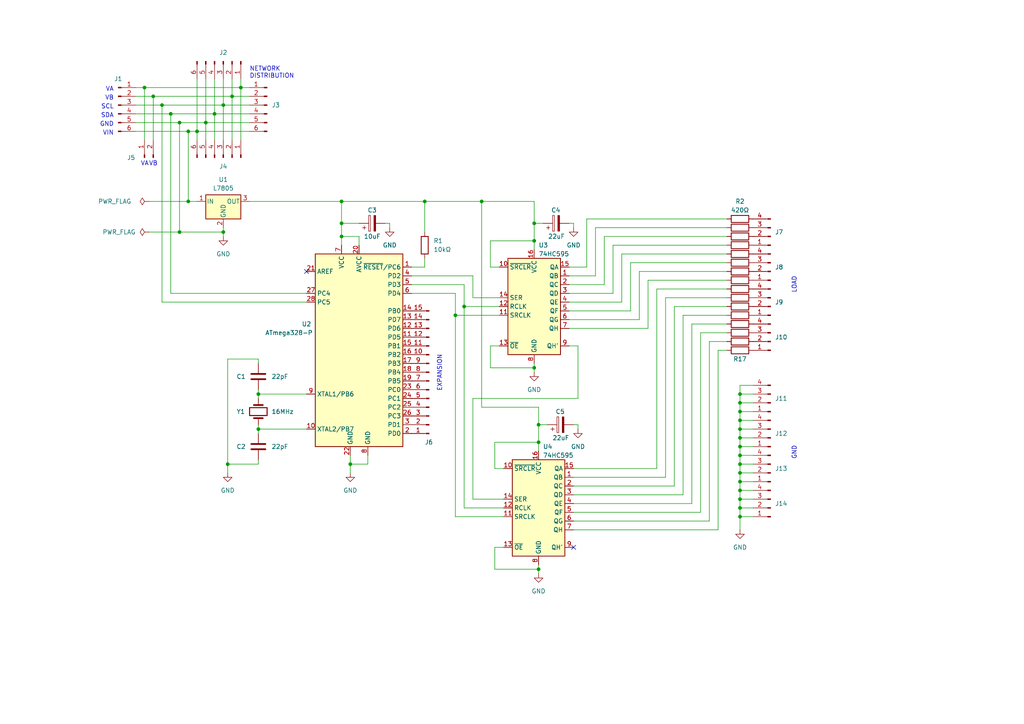
<source format=kicad_sch>
(kicad_sch (version 20230121) (generator eeschema)
  (paper "A4")
  (title_block (title "HTP!m MODCORE") (date "2023-09-22") (rev "01") (company "shawnd.xyz") (comment 1 "voltage lines of the model railroad.") (comment 2 "I2C to control an array of outputs and provides a power source with a bus for the") (comment 3 "The core of each module provides the module with the ability to receive commands via"))
  (lib_symbols
    (symbol "74HC595_1"
      (property "Reference" "U3" (at 1.27 16.51 0))
      (property "Value" "74HC595" (at 1.27 13.97 0))
      (symbol "74HC595_1_1_0"
        (pin tri_state line (at 10.16 7.62 180) (length 2.54) (name "QB") (number "1"))
        (pin input line (at -10.16 10.16 0) (length 2.54) (name "~{SRCLR}") (number "10"))
        (pin input line (at -10.16 -3.81 0) (length 2.54) (name "SRCLK") (number "11"))
        (pin input line (at -10.16 -1.27 0) (length 2.54) (name "RCLK") (number "12"))
        (pin input line (at -10.16 -12.7 0) (length 2.54) (name "~{OE}") (number "13"))
        (pin input line (at -10.16 1.27 0) (length 2.54) (name "SER") (number "14"))
        (pin tri_state line (at 10.16 10.16 180) (length 2.54) (name "QA") (number "15"))
        (pin power_in line (at 0 15.24 270) (length 2.54) (name "VCC") (number "16"))
        (pin tri_state line (at 10.16 5.08 180) (length 2.54) (name "QC") (number "2"))
        (pin tri_state line (at 10.16 2.54 180) (length 2.54) (name "QD") (number "3"))
        (pin tri_state line (at 10.16 0 180) (length 2.54) (name "QE") (number "4"))
        (pin tri_state line (at 10.16 -2.54 180) (length 2.54) (name "QF") (number "5"))
        (pin tri_state line (at 10.16 -5.08 180) (length 2.54) (name "QG") (number "6"))
        (pin tri_state line (at 10.16 -7.62 180) (length 2.54) (name "QH") (number "7"))
        (pin power_in line (at 0 -17.78 90) (length 2.54) (name "GND") (number "8"))
        (pin output line (at 10.16 -12.7 180) (length 2.54) (name "QH'") (number "9"))
      )
      (symbol "74HC595_1_1_1"
        (rectangle (start -7.62 12.7) (end 7.62 -15.24) (stroke (width 0.254)) (fill (type background)))
      )
    )
    (symbol "Connector:Conn_01x02_Pin" (pin_names (offset 1.016) hide)
      (property "Reference" "J" (at 0 2.54 0))
      (property "Value" "Conn_01x02_Pin" (at 0 -5.08 0))
      (symbol "Conn_01x02_Pin_1_1"
        (polyline (pts (xy 1.27 -2.54) (xy 0.8636 -2.54)) (stroke (width 0.1524)))
        (polyline (pts (xy 1.27 0) (xy 0.8636 0)) (stroke (width 0.1524)))
        (rectangle (start 0.8636 -2.413) (end 0 -2.667) (stroke (width 0.1524)) (fill (type outline)))
        (rectangle (start 0.8636 0.127) (end 0 -0.127) (stroke (width 0.1524)) (fill (type outline)))
        (pin passive line (at 5.08 0 180) (length 3.81) (name "Pin_1") (number "1"))
        (pin passive line (at 5.08 -2.54 180) (length 3.81) (name "Pin_2") (number "2"))
      )
    )
    (symbol "Connector:Conn_01x04_Pin" (pin_names (offset 1.016) hide)
      (property "Reference" "J" (at 0 5.08 0))
      (property "Value" "Conn_01x04_Pin" (at 0 -7.62 0))
      (symbol "Conn_01x04_Pin_1_1"
        (polyline (pts (xy 1.27 -5.08) (xy 0.8636 -5.08)) (stroke (width 0.1524)))
        (polyline (pts (xy 1.27 -2.54) (xy 0.8636 -2.54)) (stroke (width 0.1524)))
        (polyline (pts (xy 1.27 0) (xy 0.8636 0)) (stroke (width 0.1524)))
        (polyline (pts (xy 1.27 2.54) (xy 0.8636 2.54)) (stroke (width 0.1524)))
        (rectangle (start 0.8636 -4.953) (end 0 -5.207) (stroke (width 0.1524)) (fill (type outline)))
        (rectangle (start 0.8636 -2.413) (end 0 -2.667) (stroke (width 0.1524)) (fill (type outline)))
        (rectangle (start 0.8636 0.127) (end 0 -0.127) (stroke (width 0.1524)) (fill (type outline)))
        (rectangle (start 0.8636 2.667) (end 0 2.413) (stroke (width 0.1524)) (fill (type outline)))
        (pin passive line (at 5.08 2.54 180) (length 3.81) (name "Pin_1") (number "1"))
        (pin passive line (at 5.08 0 180) (length 3.81) (name "Pin_2") (number "2"))
        (pin passive line (at 5.08 -2.54 180) (length 3.81) (name "Pin_3") (number "3"))
        (pin passive line (at 5.08 -5.08 180) (length 3.81) (name "Pin_4") (number "4"))
      )
    )
    (symbol "Connector:Conn_01x06_Pin" (pin_names (offset 1.016) hide)
      (property "Reference" "J" (at 0 7.62 0))
      (property "Value" "Conn_01x06_Pin" (at 0 -10.16 0))
      (symbol "Conn_01x06_Pin_1_1"
        (polyline (pts (xy 1.27 -7.62) (xy 0.8636 -7.62)) (stroke (width 0.1524)))
        (polyline (pts (xy 1.27 -5.08) (xy 0.8636 -5.08)) (stroke (width 0.1524)))
        (polyline (pts (xy 1.27 -2.54) (xy 0.8636 -2.54)) (stroke (width 0.1524)))
        (polyline (pts (xy 1.27 0) (xy 0.8636 0)) (stroke (width 0.1524)))
        (polyline (pts (xy 1.27 2.54) (xy 0.8636 2.54)) (stroke (width 0.1524)))
        (polyline (pts (xy 1.27 5.08) (xy 0.8636 5.08)) (stroke (width 0.1524)))
        (rectangle (start 0.8636 -7.493) (end 0 -7.747) (stroke (width 0.1524)) (fill (type outline)))
        (rectangle (start 0.8636 -4.953) (end 0 -5.207) (stroke (width 0.1524)) (fill (type outline)))
        (rectangle (start 0.8636 -2.413) (end 0 -2.667) (stroke (width 0.1524)) (fill (type outline)))
        (rectangle (start 0.8636 0.127) (end 0 -0.127) (stroke (width 0.1524)) (fill (type outline)))
        (rectangle (start 0.8636 2.667) (end 0 2.413) (stroke (width 0.1524)) (fill (type outline)))
        (rectangle (start 0.8636 5.207) (end 0 4.953) (stroke (width 0.1524)) (fill (type outline)))
        (pin passive line (at 5.08 5.08 180) (length 3.81) (name "Pin_1") (number "1"))
        (pin passive line (at 5.08 2.54 180) (length 3.81) (name "Pin_2") (number "2"))
        (pin passive line (at 5.08 0 180) (length 3.81) (name "Pin_3") (number "3"))
        (pin passive line (at 5.08 -2.54 180) (length 3.81) (name "Pin_4") (number "4"))
        (pin passive line (at 5.08 -5.08 180) (length 3.81) (name "Pin_5") (number "5"))
        (pin passive line (at 5.08 -7.62 180) (length 3.81) (name "Pin_6") (number "6"))
      )
    )
    (symbol "Connector:Conn_01x15_Pin" (pin_names (offset 1.016) hide)
      (property "Reference" "J" (at 0 20.32 0))
      (property "Value" "Conn_01x15_Pin" (at 0 -20.32 0))
      (symbol "Conn_01x15_Pin_1_1"
        (polyline (pts (xy 1.27 -17.78) (xy 0.8636 -17.78)) (stroke (width 0.1524)))
        (polyline (pts (xy 1.27 -15.24) (xy 0.8636 -15.24)) (stroke (width 0.1524)))
        (polyline (pts (xy 1.27 -12.7) (xy 0.8636 -12.7)) (stroke (width 0.1524)))
        (polyline (pts (xy 1.27 -10.16) (xy 0.8636 -10.16)) (stroke (width 0.1524)))
        (polyline (pts (xy 1.27 -7.62) (xy 0.8636 -7.62)) (stroke (width 0.1524)))
        (polyline (pts (xy 1.27 -5.08) (xy 0.8636 -5.08)) (stroke (width 0.1524)))
        (polyline (pts (xy 1.27 -2.54) (xy 0.8636 -2.54)) (stroke (width 0.1524)))
        (polyline (pts (xy 1.27 0) (xy 0.8636 0)) (stroke (width 0.1524)))
        (polyline (pts (xy 1.27 2.54) (xy 0.8636 2.54)) (stroke (width 0.1524)))
        (polyline (pts (xy 1.27 5.08) (xy 0.8636 5.08)) (stroke (width 0.1524)))
        (polyline (pts (xy 1.27 7.62) (xy 0.8636 7.62)) (stroke (width 0.1524)))
        (polyline (pts (xy 1.27 10.16) (xy 0.8636 10.16)) (stroke (width 0.1524)))
        (polyline (pts (xy 1.27 12.7) (xy 0.8636 12.7)) (stroke (width 0.1524)))
        (polyline (pts (xy 1.27 15.24) (xy 0.8636 15.24)) (stroke (width 0.1524)))
        (polyline (pts (xy 1.27 17.78) (xy 0.8636 17.78)) (stroke (width 0.1524)))
        (rectangle (start 0.8636 -17.653) (end 0 -17.907) (stroke (width 0.1524)) (fill (type outline)))
        (rectangle (start 0.8636 -15.113) (end 0 -15.367) (stroke (width 0.1524)) (fill (type outline)))
        (rectangle (start 0.8636 -12.573) (end 0 -12.827) (stroke (width 0.1524)) (fill (type outline)))
        (rectangle (start 0.8636 -10.033) (end 0 -10.287) (stroke (width 0.1524)) (fill (type outline)))
        (rectangle (start 0.8636 -7.493) (end 0 -7.747) (stroke (width 0.1524)) (fill (type outline)))
        (rectangle (start 0.8636 -4.953) (end 0 -5.207) (stroke (width 0.1524)) (fill (type outline)))
        (rectangle (start 0.8636 -2.413) (end 0 -2.667) (stroke (width 0.1524)) (fill (type outline)))
        (rectangle (start 0.8636 0.127) (end 0 -0.127) (stroke (width 0.1524)) (fill (type outline)))
        (rectangle (start 0.8636 2.667) (end 0 2.413) (stroke (width 0.1524)) (fill (type outline)))
        (rectangle (start 0.8636 5.207) (end 0 4.953) (stroke (width 0.1524)) (fill (type outline)))
        (rectangle (start 0.8636 7.747) (end 0 7.493) (stroke (width 0.1524)) (fill (type outline)))
        (rectangle (start 0.8636 10.287) (end 0 10.033) (stroke (width 0.1524)) (fill (type outline)))
        (rectangle (start 0.8636 12.827) (end 0 12.573) (stroke (width 0.1524)) (fill (type outline)))
        (rectangle (start 0.8636 15.367) (end 0 15.113) (stroke (width 0.1524)) (fill (type outline)))
        (rectangle (start 0.8636 17.907) (end 0 17.653) (stroke (width 0.1524)) (fill (type outline)))
        (pin passive line (at 5.08 17.78 180) (length 3.81) (name "Pin_1") (number "1"))
        (pin passive line (at 5.08 -5.08 180) (length 3.81) (name "Pin_10") (number "10"))
        (pin passive line (at 5.08 -7.62 180) (length 3.81) (name "Pin_11") (number "11"))
        (pin passive line (at 5.08 -10.16 180) (length 3.81) (name "Pin_12") (number "12"))
        (pin passive line (at 5.08 -12.7 180) (length 3.81) (name "Pin_13") (number "13"))
        (pin passive line (at 5.08 -15.24 180) (length 3.81) (name "Pin_14") (number "14"))
        (pin passive line (at 5.08 -17.78 180) (length 3.81) (name "Pin_15") (number "15"))
        (pin passive line (at 5.08 15.24 180) (length 3.81) (name "Pin_2") (number "2"))
        (pin passive line (at 5.08 12.7 180) (length 3.81) (name "Pin_3") (number "3"))
        (pin passive line (at 5.08 10.16 180) (length 3.81) (name "Pin_4") (number "4"))
        (pin passive line (at 5.08 7.62 180) (length 3.81) (name "Pin_5") (number "5"))
        (pin passive line (at 5.08 5.08 180) (length 3.81) (name "Pin_6") (number "6"))
        (pin passive line (at 5.08 2.54 180) (length 3.81) (name "Pin_7") (number "7"))
        (pin passive line (at 5.08 0 180) (length 3.81) (name "Pin_8") (number "8"))
        (pin passive line (at 5.08 -2.54 180) (length 3.81) (name "Pin_9") (number "9"))
      )
    )
    (symbol "Device:C" (pin_numbers hide) (pin_names (offset 0.254))
      (property "Reference" "C" (at 0.635 2.54 0))
      (property "Value" "C" (at 0.635 -2.54 0))
      (symbol "C_0_1"
        (polyline (pts (xy -2.032 -0.762) (xy 2.032 -0.762)) (stroke (width 0.508)))
        (polyline (pts (xy -2.032 0.762) (xy 2.032 0.762)) (stroke (width 0.508)))
      )
      (symbol "C_1_1"
        (pin passive line (at 0 3.81 270) (length 2.794) (name "~") (number "1"))
        (pin passive line (at 0 -3.81 90) (length 2.794) (name "~") (number "2"))
      )
    )
    (symbol "Device:C_Polarized" (pin_numbers hide) (pin_names (offset 0.254))
      (property "Reference" "C" (at 0.635 2.54 0))
      (property "Value" "C_Polarized" (at 0.635 -2.54 0))
      (symbol "C_Polarized_0_1"
        (rectangle (start -2.286 0.508) (end 2.286 1.016))
        (polyline (pts (xy -1.778 2.286) (xy -0.762 2.286)))
        (polyline (pts (xy -1.27 2.794) (xy -1.27 1.778)))
        (rectangle (start 2.286 -0.508) (end -2.286 -1.016) (fill (type outline)))
      )
      (symbol "C_Polarized_1_1"
        (pin passive line (at 0 3.81 270) (length 2.794) (name "~") (number "1"))
        (pin passive line (at 0 -3.81 90) (length 2.794) (name "~") (number "2"))
      )
    )
    (symbol "Device:Crystal" (pin_numbers hide) (pin_names (offset 1.016) hide)
      (property "Reference" "Y" (at 0 3.81 0))
      (property "Value" "Crystal" (at 0 -3.81 0))
      (symbol "Crystal_0_1"
        (rectangle (start -1.143 2.54) (end 1.143 -2.54) (stroke (width 0.3048)))
        (polyline (pts (xy -2.54 0) (xy -1.905 0)))
        (polyline (pts (xy -1.905 -1.27) (xy -1.905 1.27)) (stroke (width 0.508)))
        (polyline (pts (xy 1.905 -1.27) (xy 1.905 1.27)) (stroke (width 0.508)))
        (polyline (pts (xy 2.54 0) (xy 1.905 0)))
      )
      (symbol "Crystal_1_1"
        (pin passive line (at -3.81 0 0) (length 1.27) (name "1") (number "1"))
        (pin passive line (at 3.81 0 180) (length 1.27) (name "2") (number "2"))
      )
    )
    (symbol "Device:R" (pin_numbers hide) (pin_names (offset 0))
      (property "Reference" "R" (at 2.032 0 90))
      (property "Value" "R" (at 0 0 90))
      (symbol "R_0_1"
        (rectangle (start -1.016 -2.54) (end 1.016 2.54) (stroke (width 0.254)))
      )
      (symbol "R_1_1"
        (pin passive line (at 0 3.81 270) (length 1.27) (name "~") (number "1"))
        (pin passive line (at 0 -3.81 90) (length 1.27) (name "~") (number "2"))
      )
    )
    (symbol "MCU_Microchip_ATmega:ATmega328-P"
      (property "Reference" "U2" (at -15.24 15.24 0))
      (property "Value" "ATmega328-P" (at -20.32 12.7 0))
      (symbol "ATmega328-P_0_1"
        (rectangle (start -12.7 35.56) (end 12.7 -20.32) (stroke (width 0.254)) (fill (type background)))
      )
      (symbol "ATmega328-P_1_1"
        (pin bidirectional line (at 15.24 31.75 180) (length 2.54) (name "~{RESET}/PC6") (number "1"))
        (pin bidirectional line (at -15.24 -15.24 0) (length 2.54) (name "XTAL2/PB7") (number "10"))
        (pin bidirectional line (at 15.24 11.43 180) (length 2.54) (name "PD5") (number "11"))
        (pin bidirectional line (at 15.24 13.97 180) (length 2.54) (name "PD6") (number "12"))
        (pin bidirectional line (at 15.24 16.51 180) (length 2.54) (name "PD7") (number "13"))
        (pin bidirectional line (at 15.24 19.05 180) (length 2.54) (name "PB0") (number "14"))
        (pin bidirectional line (at 15.24 8.89 180) (length 2.54) (name "PB1") (number "15"))
        (pin bidirectional line (at 15.24 6.35 180) (length 2.54) (name "PB2") (number "16"))
        (pin bidirectional line (at 15.24 3.81 180) (length 2.54) (name "PB3") (number "17"))
        (pin bidirectional line (at 15.24 1.27 180) (length 2.54) (name "PB4") (number "18"))
        (pin bidirectional line (at 15.24 -1.27 180) (length 2.54) (name "PB5") (number "19"))
        (pin bidirectional line (at 15.24 -16.51 180) (length 2.54) (name "PD0") (number "2"))
        (pin power_in line (at 0 38.1 270) (length 2.54) (name "AVCC") (number "20"))
        (pin passive line (at -15.24 30.48 0) (length 2.54) (name "AREF") (number "21"))
        (pin passive line (at -2.54 -22.86 90) (length 2.54) (name "GND") (number "22"))
        (pin bidirectional line (at 15.24 -3.81 180) (length 2.54) (name "PC0") (number "23"))
        (pin bidirectional line (at 15.24 -6.35 180) (length 2.54) (name "PC1") (number "24"))
        (pin bidirectional line (at 15.24 -8.89 180) (length 2.54) (name "PC2") (number "25"))
        (pin bidirectional line (at 15.24 -11.43 180) (length 2.54) (name "PC3") (number "26"))
        (pin bidirectional line (at -15.24 24.13 0) (length 2.54) (name "PC4") (number "27"))
        (pin bidirectional line (at -15.24 21.59 0) (length 2.54) (name "PC5") (number "28"))
        (pin bidirectional line (at 15.24 -13.97 180) (length 2.54) (name "PD1") (number "3"))
        (pin bidirectional line (at 15.24 29.21 180) (length 2.54) (name "PD2") (number "4"))
        (pin bidirectional line (at 15.24 26.67 180) (length 2.54) (name "PD3") (number "5"))
        (pin bidirectional line (at 15.24 24.13 180) (length 2.54) (name "PD4") (number "6"))
        (pin power_in line (at -5.08 38.1 270) (length 2.54) (name "VCC") (number "7"))
        (pin power_in line (at 2.54 -22.86 90) (length 2.54) (name "GND") (number "8"))
        (pin bidirectional line (at -15.24 -5.08 0) (length 2.54) (name "XTAL1/PB6") (number "9"))
      )
    )
    (symbol "Regulator_Linear:L7805" (pin_names (offset 0.254))
      (property "Reference" "U" (at -3.81 3.175 0))
      (property "Value" "L7805" (at 0 3.175 0))
      (symbol "L7805_0_1"
        (rectangle (start -5.08 1.905) (end 5.08 -5.08) (stroke (width 0.254)) (fill (type background)))
      )
      (symbol "L7805_1_1"
        (pin power_in line (at -7.62 0 0) (length 2.54) (name "IN") (number "1"))
        (pin power_in line (at 0 -7.62 90) (length 2.54) (name "GND") (number "2"))
        (pin power_out line (at 7.62 0 180) (length 2.54) (name "OUT") (number "3"))
      )
    )
    (symbol "power:GND" (power) (pin_names (offset 0))
      (property "Value" "GND" (at 0 -3.81 0))
      (symbol "GND_0_1"
        (polyline (pts (xy 0 0) (xy 0 -1.27) (xy 1.27 -1.27) (xy 0 -2.54) (xy -1.27 -1.27) (xy 0 -1.27)))
      )
      (symbol "GND_1_1"
        (pin power_in line (at 0 0 270) (length 0) hide (name "GND") (number "1"))
      )
    )
    (symbol "power:PWR_FLAG" (power) (pin_numbers hide) (pin_names (offset 0) hide)
      (property "Value" "PWR_FLAG" (at 0 3.81 0))
      (symbol "PWR_FLAG_0_0"
        (pin power_out line (at 0 0 90) (length 0) (name "pwr") (number "1"))
      )
      (symbol "PWR_FLAG_0_1"
        (polyline (pts (xy 0 0) (xy 0 1.27) (xy -1.016 1.905) (xy 0 2.54) (xy 1.016 1.905) (xy 0 1.27)))
      )
    )
  )
  (junction (at 99.06 68.58))
  (junction (at 214.63 144.78))
  (junction (at 44.45 27.94))
  (junction (at 214.63 129.54))
  (junction (at 101.6 134.62))
  (junction (at 154.94 106.68))
  (junction (at 49.53 33.02))
  (junction (at 46.99 30.48))
  (junction (at 134.62 88.9))
  (junction (at 154.94 69.85))
  (junction (at 54.61 58.42))
  (junction (at 52.07 35.56))
  (junction (at 54.61 38.1))
  (junction (at 132.08 91.44))
  (junction (at 62.23 33.02))
  (junction (at 67.31 27.94))
  (junction (at 52.07 67.31))
  (junction (at 214.63 124.46))
  (junction (at 214.63 116.84))
  (junction (at 214.63 127))
  (junction (at 66.04 134.62))
  (junction (at 214.63 121.92))
  (junction (at 156.21 123.19))
  (junction (at 123.19 58.42))
  (junction (at 74.93 124.46))
  (junction (at 99.06 64.77))
  (junction (at 156.21 128.27))
  (junction (at 214.63 114.3))
  (junction (at 139.7 58.42))
  (junction (at 69.85 25.4))
  (junction (at 154.94 64.77))
  (junction (at 74.93 114.3))
  (junction (at 64.77 67.31))
  (junction (at 99.06 58.42))
  (junction (at 214.63 119.38))
  (junction (at 64.77 30.48))
  (junction (at 214.63 139.7))
  (junction (at 214.63 149.86))
  (junction (at 214.63 137.16))
  (junction (at 156.21 165.1))
  (junction (at 214.63 134.62))
  (junction (at 214.63 142.24))
  (junction (at 214.63 132.08))
  (junction (at 59.69 35.56))
  (junction (at 41.91 25.4))
  (junction (at 214.63 147.32))
  (junction (at 57.15 38.1))
  (no_connect (at 166.37 158.75))
  (no_connect (at 88.9 78.74))
  (wire (pts (xy 123.19 67.31) (xy 123.19 58.42)))
  (wire (pts (xy 66.04 104.14) (xy 74.93 104.14)))
  (wire (pts (xy 214.63 132.08) (xy 214.63 134.62)))
  (wire (pts (xy 143.51 135.89) (xy 143.51 128.27)))
  (wire (pts (xy 67.31 27.94) (xy 67.31 40.64)))
  (wire (pts (xy 64.77 67.31) (xy 64.77 68.58)))
  (wire (pts (xy 214.63 132.08) (xy 218.44 132.08)))
  (wire (pts (xy 198.12 91.44) (xy 210.82 91.44)))
  (wire (pts (xy 208.28 153.67) (xy 208.28 101.6)))
  (wire (pts (xy 214.63 121.92) (xy 218.44 121.92)))
  (wire (pts (xy 119.38 85.09) (xy 132.08 85.09)))
  (wire (pts (xy 214.63 142.24) (xy 218.44 142.24)))
  (wire (pts (xy 214.63 119.38) (xy 214.63 121.92)))
  (wire (pts (xy 214.63 134.62) (xy 218.44 134.62)))
  (wire (pts (xy 166.37 146.05) (xy 200.66 146.05)))
  (wire (pts (xy 62.23 33.02) (xy 72.39 33.02)))
  (wire (pts (xy 214.63 124.46) (xy 218.44 124.46)))
  (wire (pts (xy 43.18 67.31) (xy 52.07 67.31)))
  (wire (pts (xy 104.14 68.58) (xy 104.14 71.12)))
  (wire (pts (xy 46.99 87.63) (xy 88.9 87.63)))
  (wire (pts (xy 54.61 58.42) (xy 57.15 58.42)))
  (wire (pts (xy 214.63 127) (xy 218.44 127)))
  (wire (pts (xy 146.05 158.75) (xy 143.51 158.75)))
  (wire (pts (xy 208.28 101.6) (xy 210.82 101.6)))
  (wire (pts (xy 167.64 115.57) (xy 137.16 115.57)))
  (wire (pts (xy 52.07 35.56) (xy 59.69 35.56)))
  (wire (pts (xy 156.21 118.11) (xy 139.7 118.11)))
  (wire (pts (xy 154.94 106.68) (xy 154.94 107.95)))
  (wire (pts (xy 218.44 111.76) (xy 214.63 111.76)))
  (wire (pts (xy 132.08 85.09) (xy 132.08 91.44)))
  (wire (pts (xy 101.6 134.62) (xy 101.6 137.16)))
  (wire (pts (xy 156.21 165.1) (xy 156.21 166.37)))
  (wire (pts (xy 166.37 140.97) (xy 195.58 140.97)))
  (wire (pts (xy 59.69 35.56) (xy 72.39 35.56)))
  (wire (pts (xy 39.37 35.56) (xy 52.07 35.56)))
  (wire (pts (xy 214.63 121.92) (xy 214.63 124.46)))
  (wire (pts (xy 64.77 22.86) (xy 64.77 30.48)))
  (wire (pts (xy 166.37 123.19) (xy 167.64 123.19)))
  (wire (pts (xy 41.91 25.4) (xy 69.85 25.4)))
  (wire (pts (xy 165.1 64.77) (xy 166.37 64.77)))
  (wire (pts (xy 64.77 30.48) (xy 64.77 40.64)))
  (wire (pts (xy 101.6 132.08) (xy 101.6 134.62)))
  (wire (pts (xy 167.64 100.33) (xy 167.64 115.57)))
  (wire (pts (xy 165.1 77.47) (xy 170.18 77.47)))
  (wire (pts (xy 142.24 106.68) (xy 154.94 106.68)))
  (wire (pts (xy 74.93 114.3) (xy 88.9 114.3)))
  (wire (pts (xy 193.04 86.36) (xy 210.82 86.36)))
  (wire (pts (xy 99.06 64.77) (xy 99.06 68.58)))
  (wire (pts (xy 214.63 129.54) (xy 214.63 132.08)))
  (wire (pts (xy 214.63 134.62) (xy 214.63 137.16)))
  (wire (pts (xy 67.31 22.86) (xy 67.31 27.94)))
  (wire (pts (xy 143.51 128.27) (xy 156.21 128.27)))
  (wire (pts (xy 134.62 147.32) (xy 146.05 147.32)))
  (wire (pts (xy 139.7 58.42) (xy 139.7 118.11)))
  (wire (pts (xy 46.99 30.48) (xy 46.99 87.63)))
  (wire (pts (xy 99.06 64.77) (xy 104.14 64.77)))
  (wire (pts (xy 166.37 151.13) (xy 205.74 151.13)))
  (wire (pts (xy 205.74 151.13) (xy 205.74 99.06)))
  (wire (pts (xy 154.94 69.85) (xy 154.94 64.77)))
  (wire (pts (xy 49.53 33.02) (xy 62.23 33.02)))
  (wire (pts (xy 106.68 134.62) (xy 106.68 132.08)))
  (wire (pts (xy 119.38 82.55) (xy 134.62 82.55)))
  (wire (pts (xy 205.74 99.06) (xy 210.82 99.06)))
  (wire (pts (xy 137.16 86.36) (xy 144.78 86.36)))
  (wire (pts (xy 214.63 129.54) (xy 218.44 129.54)))
  (wire (pts (xy 172.72 80.01) (xy 172.72 66.04)))
  (wire (pts (xy 165.1 100.33) (xy 167.64 100.33)))
  (wire (pts (xy 182.88 76.2) (xy 210.82 76.2)))
  (wire (pts (xy 57.15 22.86) (xy 57.15 38.1)))
  (wire (pts (xy 177.8 85.09) (xy 177.8 71.12)))
  (wire (pts (xy 113.03 64.77) (xy 113.03 66.04)))
  (wire (pts (xy 214.63 127) (xy 214.63 129.54)))
  (wire (pts (xy 177.8 71.12) (xy 210.82 71.12)))
  (wire (pts (xy 165.1 92.71) (xy 185.42 92.71)))
  (wire (pts (xy 166.37 153.67) (xy 208.28 153.67)))
  (wire (pts (xy 200.66 93.98) (xy 210.82 93.98)))
  (wire (pts (xy 119.38 80.01) (xy 137.16 80.01)))
  (wire (pts (xy 99.06 71.12) (xy 99.06 68.58)))
  (wire (pts (xy 74.93 124.46) (xy 88.9 124.46)))
  (wire (pts (xy 46.99 30.48) (xy 64.77 30.48)))
  (wire (pts (xy 214.63 114.3) (xy 214.63 116.84)))
  (wire (pts (xy 123.19 58.42) (xy 99.06 58.42)))
  (wire (pts (xy 190.5 135.89) (xy 190.5 83.82)))
  (wire (pts (xy 74.93 124.46) (xy 74.93 123.19)))
  (wire (pts (xy 67.31 27.94) (xy 72.39 27.94)))
  (wire (pts (xy 144.78 77.47) (xy 142.24 77.47)))
  (wire (pts (xy 165.1 80.01) (xy 172.72 80.01)))
  (wire (pts (xy 172.72 66.04) (xy 210.82 66.04)))
  (wire (pts (xy 137.16 144.78) (xy 146.05 144.78)))
  (wire (pts (xy 64.77 67.31) (xy 64.77 66.04)))
  (wire (pts (xy 154.94 72.39) (xy 154.94 69.85)))
  (wire (pts (xy 190.5 83.82) (xy 210.82 83.82)))
  (wire (pts (xy 165.1 90.17) (xy 182.88 90.17)))
  (wire (pts (xy 123.19 58.42) (xy 139.7 58.42)))
  (wire (pts (xy 39.37 27.94) (xy 44.45 27.94)))
  (wire (pts (xy 165.1 85.09) (xy 177.8 85.09)))
  (wire (pts (xy 111.76 64.77) (xy 113.03 64.77)))
  (wire (pts (xy 175.26 68.58) (xy 210.82 68.58)))
  (wire (pts (xy 156.21 123.19) (xy 156.21 118.11)))
  (wire (pts (xy 62.23 22.86) (xy 62.23 33.02)))
  (wire (pts (xy 134.62 88.9) (xy 144.78 88.9)))
  (wire (pts (xy 132.08 149.86) (xy 146.05 149.86)))
  (wire (pts (xy 166.37 143.51) (xy 198.12 143.51)))
  (wire (pts (xy 214.63 116.84) (xy 218.44 116.84)))
  (wire (pts (xy 44.45 27.94) (xy 44.45 40.64)))
  (wire (pts (xy 156.21 163.83) (xy 156.21 165.1)))
  (wire (pts (xy 64.77 30.48) (xy 72.39 30.48)))
  (wire (pts (xy 99.06 58.42) (xy 99.06 64.77)))
  (wire (pts (xy 74.93 125.73) (xy 74.93 124.46)))
  (wire (pts (xy 72.39 58.42) (xy 99.06 58.42)))
  (wire (pts (xy 166.37 138.43) (xy 193.04 138.43)))
  (wire (pts (xy 165.1 82.55) (xy 175.26 82.55)))
  (wire (pts (xy 198.12 143.51) (xy 198.12 91.44)))
  (wire (pts (xy 62.23 33.02) (xy 62.23 40.64)))
  (wire (pts (xy 69.85 25.4) (xy 72.39 25.4)))
  (wire (pts (xy 180.34 73.66) (xy 210.82 73.66)))
  (wire (pts (xy 132.08 91.44) (xy 132.08 149.86)))
  (wire (pts (xy 123.19 77.47) (xy 123.19 74.93)))
  (wire (pts (xy 154.94 105.41) (xy 154.94 106.68)))
  (wire (pts (xy 165.1 95.25) (xy 187.96 95.25)))
  (wire (pts (xy 214.63 144.78) (xy 218.44 144.78)))
  (wire (pts (xy 214.63 111.76) (xy 214.63 114.3)))
  (wire (pts (xy 39.37 30.48) (xy 46.99 30.48)))
  (wire (pts (xy 156.21 123.19) (xy 158.75 123.19)))
  (wire (pts (xy 66.04 134.62) (xy 66.04 137.16)))
  (wire (pts (xy 214.63 124.46) (xy 214.63 127)))
  (wire (pts (xy 182.88 90.17) (xy 182.88 76.2)))
  (wire (pts (xy 156.21 128.27) (xy 156.21 123.19)))
  (wire (pts (xy 44.45 27.94) (xy 67.31 27.94)))
  (wire (pts (xy 142.24 69.85) (xy 154.94 69.85)))
  (wire (pts (xy 170.18 63.5) (xy 210.82 63.5)))
  (wire (pts (xy 49.53 33.02) (xy 49.53 85.09)))
  (wire (pts (xy 185.42 78.74) (xy 210.82 78.74)))
  (wire (pts (xy 52.07 35.56) (xy 52.07 67.31)))
  (wire (pts (xy 195.58 88.9) (xy 210.82 88.9)))
  (wire (pts (xy 175.26 82.55) (xy 175.26 68.58)))
  (wire (pts (xy 57.15 38.1) (xy 72.39 38.1)))
  (wire (pts (xy 180.34 87.63) (xy 180.34 73.66)))
  (wire (pts (xy 170.18 77.47) (xy 170.18 63.5)))
  (wire (pts (xy 74.93 114.3) (xy 74.93 115.57)))
  (wire (pts (xy 39.37 33.02) (xy 49.53 33.02)))
  (wire (pts (xy 200.66 146.05) (xy 200.66 93.98)))
  (wire (pts (xy 59.69 35.56) (xy 59.69 40.64)))
  (wire (pts (xy 101.6 134.62) (xy 106.68 134.62)))
  (wire (pts (xy 166.37 135.89) (xy 190.5 135.89)))
  (wire (pts (xy 74.93 133.35) (xy 74.93 134.62)))
  (wire (pts (xy 187.96 81.28) (xy 210.82 81.28)))
  (wire (pts (xy 39.37 25.4) (xy 41.91 25.4)))
  (wire (pts (xy 66.04 104.14) (xy 66.04 134.62)))
  (wire (pts (xy 69.85 25.4) (xy 69.85 40.64)))
  (wire (pts (xy 74.93 113.03) (xy 74.93 114.3)))
  (wire (pts (xy 214.63 147.32) (xy 218.44 147.32)))
  (wire (pts (xy 43.18 58.42) (xy 54.61 58.42)))
  (wire (pts (xy 154.94 64.77) (xy 154.94 58.42)))
  (wire (pts (xy 156.21 130.81) (xy 156.21 128.27)))
  (wire (pts (xy 119.38 77.47) (xy 123.19 77.47)))
  (wire (pts (xy 69.85 22.86) (xy 69.85 25.4)))
  (wire (pts (xy 214.63 119.38) (xy 218.44 119.38)))
  (wire (pts (xy 214.63 149.86) (xy 214.63 153.67)))
  (wire (pts (xy 139.7 58.42) (xy 154.94 58.42)))
  (wire (pts (xy 185.42 92.71) (xy 185.42 78.74)))
  (wire (pts (xy 39.37 38.1) (xy 54.61 38.1)))
  (wire (pts (xy 41.91 25.4) (xy 41.91 40.64)))
  (wire (pts (xy 203.2 96.52) (xy 210.82 96.52)))
  (wire (pts (xy 214.63 114.3) (xy 218.44 114.3)))
  (wire (pts (xy 214.63 137.16) (xy 218.44 137.16)))
  (wire (pts (xy 49.53 85.09) (xy 88.9 85.09)))
  (wire (pts (xy 142.24 77.47) (xy 142.24 69.85)))
  (wire (pts (xy 166.37 148.59) (xy 203.2 148.59)))
  (wire (pts (xy 143.51 165.1) (xy 156.21 165.1)))
  (wire (pts (xy 137.16 80.01) (xy 137.16 86.36)))
  (wire (pts (xy 167.64 123.19) (xy 167.64 124.46)))
  (wire (pts (xy 142.24 100.33) (xy 142.24 106.68)))
  (wire (pts (xy 99.06 68.58) (xy 104.14 68.58)))
  (wire (pts (xy 146.05 135.89) (xy 143.51 135.89)))
  (wire (pts (xy 193.04 138.43) (xy 193.04 86.36)))
  (wire (pts (xy 74.93 104.14) (xy 74.93 105.41)))
  (wire (pts (xy 214.63 147.32) (xy 214.63 149.86)))
  (wire (pts (xy 137.16 115.57) (xy 137.16 144.78)))
  (wire (pts (xy 143.51 158.75) (xy 143.51 165.1)))
  (wire (pts (xy 52.07 67.31) (xy 64.77 67.31)))
  (wire (pts (xy 214.63 149.86) (xy 218.44 149.86)))
  (wire (pts (xy 154.94 64.77) (xy 157.48 64.77)))
  (wire (pts (xy 132.08 91.44) (xy 144.78 91.44)))
  (wire (pts (xy 187.96 95.25) (xy 187.96 81.28)))
  (wire (pts (xy 54.61 38.1) (xy 54.61 58.42)))
  (wire (pts (xy 134.62 82.55) (xy 134.62 88.9)))
  (wire (pts (xy 166.37 64.77) (xy 166.37 66.04)))
  (wire (pts (xy 214.63 116.84) (xy 214.63 119.38)))
  (wire (pts (xy 66.04 134.62) (xy 74.93 134.62)))
  (wire (pts (xy 57.15 38.1) (xy 57.15 40.64)))
  (wire (pts (xy 203.2 148.59) (xy 203.2 96.52)))
  (wire (pts (xy 214.63 144.78) (xy 214.63 147.32)))
  (wire (pts (xy 214.63 139.7) (xy 214.63 142.24)))
  (wire (pts (xy 195.58 140.97) (xy 195.58 88.9)))
  (wire (pts (xy 54.61 38.1) (xy 57.15 38.1)))
  (wire (pts (xy 134.62 88.9) (xy 134.62 147.32)))
  (wire (pts (xy 144.78 100.33) (xy 142.24 100.33)))
  (wire (pts (xy 59.69 22.86) (xy 59.69 35.56)))
  (wire (pts (xy 214.63 137.16) (xy 214.63 139.7)))
  (wire (pts (xy 165.1 87.63) (xy 180.34 87.63)))
  (wire (pts (xy 214.63 139.7) (xy 218.44 139.7)))
  (wire (pts (xy 214.63 142.24) (xy 214.63 144.78)))
  (text "GND" (at 33.02 36.83 0) (effects (font (size 1.27 1.27)) (justify right bottom)))
  (text "SDA" (at 33.02 34.29 0) (effects (font (size 1.27 1.27)) (justify right bottom)))
  (text "NETWORK\nDISTRIBUTION" (at 72.39 22.86 0) (effects (font (size 1.27 1.27)) (justify left bottom)))
  (text "VA" (at 43.18 48.26 0) (effects (font (size 1.27 1.27)) (justify right bottom)))
  (text "VB" (at 43.18 48.26 0) (effects (font (size 1.27 1.27)) (justify left bottom)))
  (text "LOAD" (at 231.14 85.09 90) (effects (font (size 1.27 1.27)) (justify left bottom)))
  (text "VB" (at 33.02 29.21 0) (effects (font (size 1.27 1.27)) (justify right bottom)))
  (text "VIN" (at 33.02 39.37 0) (effects (font (size 1.27 1.27)) (justify right bottom)))
  (text "GND" (at 231.14 133.35 90) (effects (font (size 1.27 1.27)) (justify left bottom)))
  (text "SCL" (at 33.02 31.75 0) (effects (font (size 1.27 1.27)) (justify right bottom)))
  (text "EXPANSION" (at 128.27 102.87 90) (effects (font (size 1.27 1.27)) (justify right bottom)))
  (text "VA" (at 33.02 26.67 0) (effects (font (size 1.27 1.27)) (justify right bottom)))
  (symbol (lib_id "Device:C_Polarized") (at 161.29 64.77 90) (unit 1)
    (property "Reference" "C4" (at 162.56 60.96 90) (effects (justify left)))
    (property "Value" "22uF" (at 163.83 68.58 90) (effects (justify left)))
    (property "Footprint" "Capacitor_THT:CP_Radial_D4.0mm_P2.00mm" (effects hide))
  )
  (symbol (lib_id "power:GND") (at 167.64 124.46 0) (unit 1)
    (property "Reference" "#PWR08" (effects hide))
    (property "Value" "GND" (at 167.64 129.54 0))
  )
  (symbol (lib_id "power:GND") (at 64.77 68.58 0) (unit 1)
    (property "Reference" "#PWR02" (effects hide))
    (property "Value" "GND" (at 64.77 73.66 0))
  )
  (symbol (lib_id "Device:R") (at 214.63 73.66 90) (unit 1)
    (property "Reference" "R6" (effects hide))
    (property "Value" "420Ω" (effects hide))
    (property "Footprint" "Resistor_THT:R_Axial_DIN0204_L3.6mm_D1.6mm_P7.62mm_Horizontal" (effects hide))
  )
  (symbol (lib_id "Device:R") (at 214.63 93.98 90) (unit 1)
    (property "Reference" "R14" (effects hide))
    (property "Value" "420Ω" (effects hide))
    (property "Footprint" "Resistor_THT:R_Axial_DIN0204_L3.6mm_D1.6mm_P7.62mm_Horizontal" (effects hide))
  )
  (symbol (lib_id "Device:R") (at 214.63 76.2 90) (unit 1)
    (property "Reference" "R7" (effects hide))
    (property "Value" "420Ω" (effects hide))
    (property "Footprint" "Resistor_THT:R_Axial_DIN0204_L3.6mm_D1.6mm_P7.62mm_Horizontal" (effects hide))
  )
  (symbol (lib_id "Connector:Conn_01x06_Pin") (at 64.77 45.72 270) (mirror x) (unit 1)
    (property "Reference" "J4" (at 64.77 48.26 90))
    (property "Value" "Conn_01x06_Pin" (effects hide))
    (property "Footprint" "Connector_PinHeader_2.00mm:PinHeader_1x06_P2.00mm_Vertical" (effects hide))
  )
  (symbol (lib_id "Regulator_Linear:L7805") (at 64.77 58.42 0) (unit 1)
    (property "Reference" "U1" (at 64.77 52.07 0))
    (property "Value" "L7805" (at 64.77 54.61 0))
    (property "Footprint" "Package_TO_SOT_THT:TO-220-3_Horizontal_TabDown" (effects hide))
    (property "Datasheet" "http://www.st.com/content/ccc/resource/technical/document/datasheet/41/4f/b3/b0/12/d4/47/88/CD00000444.pdf/files/CD00000444.pdf/jcr:content/translations/en.CD00000444.pdf" (effects hide))
  )
  (symbol (lib_id "power:GND") (at 154.94 107.95 0) (unit 1)
    (property "Reference" "#PWR06" (effects hide))
    (property "Value" "GND" (at 154.94 113.03 0))
  )
  (symbol (lib_id "power:PWR_FLAG") (at 43.18 58.42 90) (unit 1)
    (property "Reference" "#FLG02" (effects hide))
    (property "Value" "PWR_FLAG" (at 38.1 58.42 90) (effects (justify left)))
  )
  (symbol (lib_id "power:PWR_FLAG") (at 43.18 67.31 90) (unit 1)
    (property "Reference" "#FLG01" (effects hide))
    (property "Value" "PWR_FLAG" (at 39.37 67.31 90) (effects (justify left)))
  )
  (symbol (lib_id "Device:C_Polarized") (at 107.95 64.77 90) (unit 1)
    (property "Reference" "C3" (at 107.95 60.96 90))
    (property "Value" "10uF" (at 107.95 68.58 90))
    (property "Footprint" "Capacitor_THT:CP_Radial_D4.0mm_P2.00mm" (effects hide))
  )
  (symbol (lib_id "Device:R") (at 214.63 81.28 90) (unit 1)
    (property "Reference" "R9" (effects hide))
    (property "Value" "420Ω" (effects hide))
    (property "Footprint" "Resistor_THT:R_Axial_DIN0204_L3.6mm_D1.6mm_P7.62mm_Horizontal" (effects hide))
  )
  (symbol (lib_id "Device:R") (at 214.63 91.44 90) (unit 1)
    (property "Reference" "R13" (effects hide))
    (property "Value" "420Ω" (effects hide))
    (property "Footprint" "Resistor_THT:R_Axial_DIN0204_L3.6mm_D1.6mm_P7.62mm_Horizontal" (effects hide))
  )
  (symbol (lib_id "Device:C") (at 74.93 129.54 0) (unit 1)
    (property "Reference" "C2" (at 68.58 129.54 0) (effects (justify left)))
    (property "Value" "22pF" (at 78.74 129.54 0) (effects (justify left)))
    (property "Footprint" "Capacitor_THT:C_Disc_D3.0mm_W1.6mm_P2.50mm" (effects hide))
  )
  (symbol (lib_id "Connector:Conn_01x04_Pin") (at 223.52 127 180) (unit 1)
    (property "Reference" "J12" (at 224.79 125.73 0) (effects (justify right)))
    (property "Value" "Conn_01x04_Pin" (effects hide))
    (property "Footprint" "Connector_PinHeader_2.54mm:PinHeader_1x04_P2.54mm_Vertical" (effects hide))
  )
  (symbol (lib_id "power:GND") (at 214.63 153.67 0) (unit 1)
    (property "Reference" "#PWR09" (effects hide))
    (property "Value" "GND" (at 214.63 158.75 0))
  )
  (symbol (lib_id "Device:R") (at 214.63 88.9 90) (unit 1)
    (property "Reference" "R12" (effects hide))
    (property "Value" "420Ω" (effects hide))
    (property "Footprint" "Resistor_THT:R_Axial_DIN0204_L3.6mm_D1.6mm_P7.62mm_Horizontal" (effects hide))
  )
  (symbol (lib_id "Connector:Conn_01x04_Pin") (at 223.52 99.06 180) (unit 1)
    (property "Reference" "J10" (at 224.79 97.79 0) (effects (justify right)))
    (property "Value" "Conn_01x04_Pin" (effects hide))
    (property "Footprint" "Connector_PinHeader_2.54mm:PinHeader_1x04_P2.54mm_Vertical" (effects hide))
  )
  (symbol (lib_id "Device:R") (at 214.63 68.58 90) (unit 1)
    (property "Reference" "R4" (effects hide))
    (property "Value" "420Ω" (effects hide))
    (property "Footprint" "Resistor_THT:R_Axial_DIN0204_L3.6mm_D1.6mm_P7.62mm_Horizontal" (effects hide))
  )
  (symbol (lib_id "Connector:Conn_01x06_Pin") (at 64.77 17.78 270) (unit 1)
    (property "Reference" "J2" (at 64.77 15.24 90))
    (property "Value" "Conn_01x06_Pin" (effects hide))
    (property "Footprint" "Connector_PinHeader_2.00mm:PinHeader_1x06_P2.00mm_Vertical" (effects hide))
  )
  (symbol (lib_id "power:GND") (at 156.21 166.37 0) (unit 1)
    (property "Reference" "#PWR07" (effects hide))
    (property "Value" "GND" (at 156.21 171.45 0))
  )
  (symbol (lib_id "Connector:Conn_01x06_Pin") (at 34.29 30.48 0) (unit 1)
    (property "Reference" "J1" (at 34.29 22.86 0))
    (property "Value" "Conn_01x06_Pin" (effects hide))
    (property "Footprint" "Connector_PinHeader_2.00mm:PinHeader_1x06_P2.00mm_Vertical" (effects hide))
  )
  (symbol (lib_id "Connector:Conn_01x15_Pin") (at 124.46 107.95 180) (unit 1)
    (property "Reference" "J6" (at 123.19 128.27 0) (effects (justify right)))
    (property "Value" "Conn_01x15_Pin" (effects hide))
    (property "Footprint" "Connector_PinHeader_2.54mm:PinHeader_1x15_P2.54mm_Vertical" (effects hide))
  )
  (symbol (lib_id "power:GND") (at 66.04 137.16 0) (unit 1)
    (property "Reference" "#PWR04" (effects hide))
    (property "Value" "GND" (at 66.04 142.24 0))
  )
  (symbol (lib_id "Connector:Conn_01x04_Pin") (at 223.52 78.74 180) (unit 1)
    (property "Reference" "J8" (at 224.79 77.47 0) (effects (justify right)))
    (property "Value" "Conn_01x04_Pin" (effects hide))
    (property "Footprint" "Connector_PinHeader_2.54mm:PinHeader_1x04_P2.54mm_Vertical" (effects hide))
  )
  (symbol (lib_id "Connector:Conn_01x04_Pin") (at 223.52 116.84 180) (unit 1)
    (property "Reference" "J11" (at 224.79 115.57 0) (effects (justify right)))
    (property "Value" "Conn_01x04_Pin" (effects hide))
    (property "Footprint" "Connector_PinHeader_2.54mm:PinHeader_1x04_P2.54mm_Vertical" (effects hide))
  )
  (symbol (lib_id "Device:C_Polarized") (at 162.56 123.19 90) (unit 1)
    (property "Reference" "C5" (at 163.83 119.38 90) (effects (justify left)))
    (property "Value" "22uF" (at 165.1 127 90) (effects (justify left)))
    (property "Footprint" "Capacitor_THT:CP_Radial_D4.0mm_P2.00mm" (effects hide))
  )
  (symbol (lib_id "Device:R") (at 214.63 63.5 90) (unit 1)
    (property "Reference" "R2" (at 214.63 58.42 90))
    (property "Value" "420Ω" (at 214.63 60.96 90))
    (property "Footprint" "Resistor_THT:R_Axial_DIN0204_L3.6mm_D1.6mm_P7.62mm_Horizontal" (effects hide))
  )
  (symbol (lib_id "Device:C") (at 74.93 109.22 0) (unit 1)
    (property "Reference" "C1" (at 68.58 109.22 0) (effects (justify left)))
    (property "Value" "22pF" (at 78.74 109.22 0) (effects (justify left)))
    (property "Footprint" "Capacitor_THT:C_Disc_D3.0mm_W1.6mm_P2.50mm" (effects hide))
  )
  (symbol (lib_id "Connector:Conn_01x04_Pin") (at 223.52 137.16 180) (unit 1)
    (property "Reference" "J13" (at 224.79 135.89 0) (effects (justify right)))
    (property "Value" "Conn_01x04_Pin" (effects hide))
    (property "Footprint" "Connector_PinHeader_2.54mm:PinHeader_1x04_P2.54mm_Vertical" (effects hide))
  )
  (symbol (lib_id "Connector:Conn_01x02_Pin") (at 41.91 45.72 90) (unit 1)
    (property "Reference" "J5" (at 36.83 45.72 90) (effects (justify right)))
    (property "Value" "Conn_01x02_Pin" (effects hide))
    (property "Footprint" "Connector_PinHeader_2.00mm:PinHeader_1x02_P2.00mm_Vertical" (effects hide))
  )
  (symbol (lib_name "74HC595_1") (lib_id "74xx:74HC595") (at 154.94 87.63 0) (unit 1)
    (property "Reference" "U3" (at 156.21 71.12 0) (effects (justify left)))
    (property "Value" "74HC595" (at 156.21 73.66 0) (effects (justify left)))
    (property "Footprint" "Package_DIP:DIP-16_W7.62mm_Socket" (effects hide))
    (property "Datasheet" "http://www.ti.com/lit/ds/symlink/sn74hc595.pdf" (effects hide))
  )
  (symbol (lib_id "Connector:Conn_01x04_Pin") (at 223.52 68.58 180) (unit 1)
    (property "Reference" "J7" (at 224.79 67.31 0) (effects (justify right)))
    (property "Value" "Conn_01x04_Pin" (effects hide))
    (property "Footprint" "Connector_PinHeader_2.54mm:PinHeader_1x04_P2.54mm_Vertical" (effects hide))
  )
  (symbol (lib_name "74HC595_1") (lib_id "74xx:74HC595") (at 156.21 146.05 0) (unit 1)
    (property "Reference" "U4" (at 157.48 129.54 0) (effects (justify left)))
    (property "Value" "74HC595" (at 157.48 132.08 0) (effects (justify left)))
    (property "Footprint" "Package_DIP:DIP-16_W7.62mm_Socket" (effects hide))
    (property "Datasheet" "http://www.ti.com/lit/ds/symlink/sn74hc595.pdf" (effects hide))
  )
  (symbol (lib_id "Device:R") (at 214.63 99.06 90) (unit 1)
    (property "Reference" "R16" (effects hide))
    (property "Value" "420Ω" (effects hide))
    (property "Footprint" "Resistor_THT:R_Axial_DIN0204_L3.6mm_D1.6mm_P7.62mm_Horizontal" (effects hide))
  )
  (symbol (lib_id "power:GND") (at 166.37 66.04 0) (unit 1)
    (property "Reference" "#PWR05" (effects hide))
    (property "Value" "GND" (at 166.37 71.12 0))
  )
  (symbol (lib_id "Device:R") (at 214.63 83.82 90) (unit 1)
    (property "Reference" "R10" (effects hide))
    (property "Value" "420Ω" (effects hide))
    (property "Footprint" "Resistor_THT:R_Axial_DIN0204_L3.6mm_D1.6mm_P7.62mm_Horizontal" (effects hide))
  )
  (symbol (lib_id "Device:Crystal") (at 74.93 119.38 90) (unit 1)
    (property "Reference" "Y1" (at 68.58 119.38 90) (effects (justify right)))
    (property "Value" "16MHz" (at 78.74 119.38 90) (effects (justify right)))
    (property "Footprint" "Crystal:Crystal_HC49-U_Vertical" (effects hide))
  )
  (symbol (lib_id "Device:R") (at 214.63 66.04 90) (unit 1)
    (property "Reference" "R3" (effects hide))
    (property "Value" "420Ω" (effects hide))
    (property "Footprint" "Resistor_THT:R_Axial_DIN0204_L3.6mm_D1.6mm_P7.62mm_Horizontal" (effects hide))
  )
  (symbol (lib_id "Device:R") (at 214.63 86.36 90) (unit 1)
    (property "Reference" "R11" (effects hide))
    (property "Value" "420Ω" (effects hide))
    (property "Footprint" "Resistor_THT:R_Axial_DIN0204_L3.6mm_D1.6mm_P7.62mm_Horizontal" (effects hide))
  )
  (symbol (lib_id "Device:R") (at 214.63 96.52 90) (unit 1)
    (property "Reference" "R15" (effects hide))
    (property "Value" "420Ω" (effects hide))
    (property "Footprint" "Resistor_THT:R_Axial_DIN0204_L3.6mm_D1.6mm_P7.62mm_Horizontal" (effects hide))
  )
  (symbol (lib_id "Device:R") (at 214.63 78.74 90) (unit 1)
    (property "Reference" "R8" (effects hide))
    (property "Value" "420Ω" (effects hide))
    (property "Footprint" "Resistor_THT:R_Axial_DIN0204_L3.6mm_D1.6mm_P7.62mm_Horizontal" (effects hide))
  )
  (symbol (lib_id "Connector:Conn_01x04_Pin") (at 223.52 147.32 180) (unit 1)
    (property "Reference" "J14" (at 224.79 146.05 0) (effects (justify right)))
    (property "Value" "Conn_01x04_Pin" (effects hide))
    (property "Footprint" "Connector_PinHeader_2.54mm:PinHeader_1x04_P2.54mm_Vertical" (effects hide))
  )
  (symbol (lib_id "Connector:Conn_01x06_Pin") (at 77.47 30.48 0) (mirror y) (unit 1)
    (property "Reference" "J3" (at 80.01 30.48 0))
    (property "Value" "Conn_01x06_Pin" (effects hide))
    (property "Footprint" "Connector_PinHeader_2.00mm:PinHeader_1x06_P2.00mm_Vertical" (effects hide))
  )
  (symbol (lib_id "Device:R") (at 214.63 101.6 90) (unit 1)
    (property "Reference" "R17" (at 214.63 104.14 90))
    (property "Value" "420Ω" (effects hide))
    (property "Footprint" "Resistor_THT:R_Axial_DIN0204_L3.6mm_D1.6mm_P7.62mm_Horizontal" (effects hide))
  )
  (symbol (lib_id "Connector:Conn_01x04_Pin") (at 223.52 88.9 180) (unit 1)
    (property "Reference" "J9" (at 224.79 87.63 0) (effects (justify right)))
    (property "Value" "Conn_01x04_Pin" (effects hide))
    (property "Footprint" "Connector_PinHeader_2.54mm:PinHeader_1x04_P2.54mm_Vertical" (effects hide))
  )
  (symbol (lib_id "Device:R") (at 123.19 71.12 0) (unit 1)
    (property "Reference" "R1" (at 125.73 69.85 0) (effects (justify left)))
    (property "Value" "10kΩ" (at 125.73 72.39 0) (effects (justify left)))
    (property "Footprint" "Resistor_THT:R_Axial_DIN0204_L3.6mm_D1.6mm_P7.62mm_Horizontal" (effects hide))
  )
  (symbol (lib_id "Device:R") (at 214.63 71.12 90) (unit 1)
    (property "Reference" "R5" (effects hide))
    (property "Value" "420Ω" (effects hide))
    (property "Footprint" "Resistor_THT:R_Axial_DIN0204_L3.6mm_D1.6mm_P7.62mm_Horizontal" (effects hide))
  )
  (symbol (lib_id "power:GND") (at 113.03 66.04 0) (unit 1)
    (property "Reference" "#PWR01" (effects hide))
    (property "Value" "GND" (at 113.03 71.12 0))
  )
  (symbol (lib_id "MCU_Microchip_ATmega:ATmega328-P") (at 104.14 109.22 0) (unit 1)
    (property "Reference" "U2" (at 88.9 93.98 0))
    (property "Value" "ATmega328-P" (at 83.82 96.52 0))
    (property "Footprint" "Package_DIP:DIP-28_W7.62mm_Socket" (effects hide))
    (property "Datasheet" "http://ww1.microchip.com/downloads/en/DeviceDoc/ATmega328_P%20AVR%20MCU%20with%20picoPower%20Technology%20Data%20Sheet%2040001984A.pdf" (effects hide))
  )
  (symbol (lib_id "power:GND") (at 101.6 137.16 0) (unit 1)
    (property "Reference" "#PWR03" (effects hide))
    (property "Value" "GND" (at 101.6 142.24 0))
  )
)
</source>
